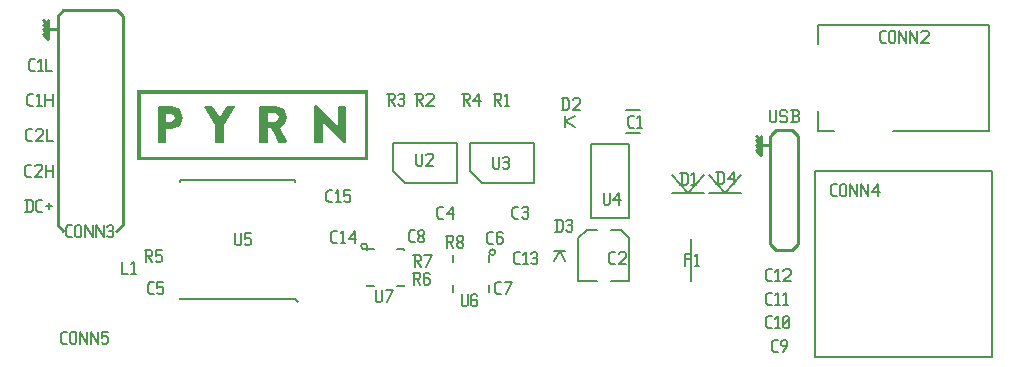
<source format=gbr>
G04 start of page 8 for group -4079 idx -4079 *
G04 Title: (unknown), topsilk *
G04 Creator: pcb 20140316 *
G04 CreationDate: ven. 06 févr. 2015 16:23:15 GMT UTC *
G04 For: clement *
G04 Format: Gerber/RS-274X *
G04 PCB-Dimensions (mil): 3287.40 1358.27 *
G04 PCB-Coordinate-Origin: lower left *
%MOIN*%
%FSLAX25Y25*%
%LNTOPSILK*%
%ADD121C,0.0061*%
%ADD120C,0.0080*%
%ADD119C,0.0059*%
%ADD118C,0.0060*%
%ADD117C,0.0100*%
%ADD116C,0.0001*%
G54D116*G36*
X52450Y96904D02*X52749D01*
X55505Y95770D01*
X56655Y93047D01*
X55505Y90274D01*
X52765Y89119D01*
X52450D01*
Y91669D01*
X52591D01*
X53557Y92065D01*
X53969Y93047D01*
X53557Y93969D01*
X52591Y94338D01*
X52450D01*
Y96904D01*
G37*
G36*
X48213Y96573D02*X48544Y96904D01*
X52450D01*
Y94338D01*
X50931D01*
Y91669D01*
X52450D01*
Y89119D01*
X50931D01*
Y85017D01*
X50600Y84686D01*
X48544D01*
X48213Y85017D01*
Y96573D01*
G37*
G36*
X67370Y90567D02*X63513Y96400D01*
X63795Y96904D01*
X66063D01*
X66339Y96747D01*
X68770Y93171D01*
X71195Y96747D01*
X71472Y96904D01*
X73739D01*
X74021Y96400D01*
X70110Y90584D01*
Y85017D01*
X69779Y84686D01*
X67701D01*
X67370Y85017D01*
Y90567D01*
G37*
G36*
X86741Y96904D02*X87596D01*
X90281Y95803D01*
X91399Y93134D01*
X90677Y91007D01*
X88816Y89629D01*
X91209Y85191D01*
X90911Y84686D01*
X88594D01*
X88312Y84844D01*
X86741Y87974D01*
Y91685D01*
X87368D01*
X88301Y92108D01*
X88697Y93079D01*
X88301Y94023D01*
X87368Y94409D01*
X86741D01*
Y96904D01*
G37*
G36*
X82046Y96573D02*X82377Y96904D01*
X86741D01*
Y94409D01*
X84785D01*
Y91685D01*
X86741D01*
Y87974D01*
X85990Y89471D01*
X84785D01*
Y85017D01*
X84454Y84686D01*
X82377D01*
X82046Y85017D01*
Y96573D01*
G37*
G36*
X100351Y96763D02*X100682Y97078D01*
X101121D01*
X108082Y90377D01*
X108104D01*
Y96573D01*
X108435Y96904D01*
X110529D01*
X110860Y96573D01*
Y84827D01*
X110529Y84513D01*
X110247D01*
X110019Y84599D01*
X103129Y91528D01*
X103112D01*
Y85017D01*
X102776Y84686D01*
X100703D01*
X100372Y85017D01*
X100351Y96763D01*
G37*
G36*
X118320Y78821D02*X79838D01*
Y80004D01*
X117137D01*
Y100957D01*
X79838D01*
Y102140D01*
X118320D01*
Y78821D01*
G37*
G36*
X79838D02*X41356D01*
Y102140D01*
X79838D01*
Y100957D01*
X42538D01*
Y80004D01*
X79838D01*
Y78821D01*
G37*
G54D117*X14764Y57087D02*X16732Y55118D01*
X36417Y57283D02*X34252Y55118D01*
X14567Y122441D02*X11417D01*
Y125591D02*Y119291D01*
Y124016D02*X9843Y125591D01*
X11417Y122441D02*X9843Y124016D01*
X11417Y120866D02*X9843Y122441D01*
X11417Y119291D02*X9843Y120866D01*
X14764Y126969D02*Y57087D01*
X36417Y126969D02*Y57283D01*
Y126969D02*X34646Y128740D01*
X16535D01*
X14764Y126969D01*
X261417Y87008D02*Y50787D01*
X252362D02*Y87008D01*
X254331Y88976D02*X259449D01*
X261417Y87008D01*
X252362Y83858D02*X249213D01*
Y87008D02*Y80709D01*
Y85433D02*X247638Y87008D01*
X249213Y83858D02*X247638Y85433D01*
X249213Y82283D02*X247638Y83858D01*
X249213Y80709D02*X247638Y82283D01*
X254331Y88976D02*X252559Y87205D01*
X261417Y50787D02*X259646Y49016D01*
X254134D01*
X252362Y50787D01*
G54D118*X5818Y108386D02*X7118D01*
X5118Y109086D02*X5818Y108386D01*
X5118Y111686D02*Y109086D01*
Y111686D02*X5818Y112386D01*
X7118D01*
X8318Y111586D02*X9118Y112386D01*
Y108386D01*
X8318D02*X9818D01*
X11018Y112386D02*Y108386D01*
X13018D01*
X5424Y96969D02*X6724D01*
X4724Y97669D02*X5424Y96969D01*
X4724Y100269D02*Y97669D01*
Y100269D02*X5424Y100969D01*
X6724D01*
X7924Y100169D02*X8724Y100969D01*
Y96969D01*
X7924D02*X9424D01*
X10624Y100969D02*Y96969D01*
X13124Y100969D02*Y96969D01*
X10624Y98969D02*X13124D01*
X5031Y85157D02*X6331D01*
X4331Y85857D02*X5031Y85157D01*
X4331Y88457D02*Y85857D01*
Y88457D02*X5031Y89157D01*
X6331D01*
X7531Y88657D02*X8031Y89157D01*
X9531D01*
X10031Y88657D01*
Y87657D01*
X7531Y85157D02*X10031Y87657D01*
X7531Y85157D02*X10031D01*
X11231Y89157D02*Y85157D01*
X13231D01*
X4637Y73346D02*X5937D01*
X3937Y74046D02*X4637Y73346D01*
X3937Y76646D02*Y74046D01*
Y76646D02*X4637Y77346D01*
X5937D01*
X7137Y76846D02*X7637Y77346D01*
X9137D01*
X9637Y76846D01*
Y75846D01*
X7137Y73346D02*X9637Y75846D01*
X7137Y73346D02*X9637D01*
X10837Y77346D02*Y73346D01*
X13337Y77346D02*Y73346D01*
X10837Y75346D02*X13337D01*
X4437Y65535D02*Y61535D01*
X5737Y65535D02*X6437Y64835D01*
Y62235D01*
X5737Y61535D02*X6437Y62235D01*
X3937Y61535D02*X5737D01*
X3937Y65535D02*X5737D01*
X8337Y61535D02*X9637D01*
X7637Y62235D02*X8337Y61535D01*
X7637Y64835D02*Y62235D01*
Y64835D02*X8337Y65535D01*
X9637D01*
X10837Y63535D02*X12837D01*
X11837Y64535D02*Y62535D01*
X252362Y95457D02*Y91957D01*
X252862Y91457D01*
X253862D01*
X254362Y91957D01*
Y95457D02*Y91957D01*
X257562Y95457D02*X258062Y94957D01*
X256062Y95457D02*X257562D01*
X255562Y94957D02*X256062Y95457D01*
X255562Y94957D02*Y93957D01*
X256062Y93457D01*
X257562D01*
X258062Y92957D01*
Y91957D01*
X257562Y91457D02*X258062Y91957D01*
X256062Y91457D02*X257562D01*
X255562Y91957D02*X256062Y91457D01*
X259262D02*X261262D01*
X261762Y91957D01*
Y93157D02*Y91957D01*
X261262Y93657D02*X261762Y93157D01*
X259762Y93657D02*X261262D01*
X259762Y95457D02*Y91457D01*
X259262Y95457D02*X261262D01*
X261762Y94957D01*
Y94157D01*
X261262Y93657D02*X261762Y94157D01*
G54D119*X325394Y124016D02*Y88583D01*
X268307Y124016D02*X325394D01*
X293110Y88583D02*X325394D01*
X268307D02*X273425D01*
X268307Y95079D02*Y88583D01*
Y124016D02*Y117520D01*
X183858Y93543D02*Y90000D01*
Y91772D02*X187205Y90000D01*
X183858Y91772D02*X187205Y93543D01*
X180315Y48425D02*X183858D01*
X182087D02*X180315Y45079D01*
X182087Y48425D02*X183858Y45079D01*
G54D120*X204331Y95512D02*X209055D01*
X204331Y88032D02*X209055D01*
G54D119*X225984Y52520D02*Y38504D01*
X199213Y38583D02*X205315D01*
Y52756D02*Y38583D01*
Y52756D02*X202559Y55512D01*
X199213D02*X202559D01*
X188386Y38583D02*X194488D01*
X188386Y52756D02*Y38583D01*
Y52756D02*X191142Y55512D01*
X194488D01*
G54D121*X192520Y84055D02*X205118D01*
X192520Y59646D02*X205118D01*
X192520Y84055D02*Y59646D01*
X205118Y84055D02*Y59646D01*
G54D119*X219528Y67953D02*X230079D01*
X224803D02*X230079Y74016D01*
X224803Y67953D02*X219528Y74016D01*
X231929Y67953D02*X242480D01*
X237205D02*X242480Y74016D01*
X237205Y67953D02*X231929Y74016D01*
X267067Y13091D02*X326083D01*
X267067Y75098D02*X326083D01*
Y13091D01*
X267067Y75098D02*Y13091D01*
G54D121*X117913Y49114D02*Y48858D01*
Y49114D02*X120138D01*
X117913Y37165D02*Y36909D01*
X120138D01*
X127894Y49114D02*X130118D01*
Y48858D01*
X127894Y36909D02*X130118D01*
Y37165D02*Y36909D01*
X115945Y50098D02*G75*G03X115945Y50098I984J0D01*G01*
X152224Y75197D02*X156161Y71260D01*
X173484D01*
X152224Y84646D02*X173484D01*
Y71260D01*
X152224Y84646D02*Y75197D01*
X158406Y47146D02*X158661D01*
Y44921D01*
X146457Y47146D02*X146713D01*
X146457D02*Y44921D01*
X158661Y37165D02*Y34941D01*
X158406D02*X158661D01*
X146457Y37165D02*Y34941D01*
X146713D01*
X159646Y49114D02*G75*G03X159646Y49114I0J-984D01*G01*
X126634Y75197D02*X130571Y71260D01*
X147894D01*
X126634Y84646D02*X147894D01*
Y71260D01*
X126634Y84646D02*Y75197D01*
X93780Y32441D02*X94764Y31457D01*
X93780Y32992D02*Y32441D01*
X74528D02*X93780D01*
Y72205D02*Y71654D01*
X74528Y72205D02*X93780D01*
X55591Y32441D02*X74843D01*
X55591Y32992D02*Y32441D01*
Y72205D02*X74843D01*
X55591D02*Y71654D01*
G54D118*X289480Y118031D02*X290780D01*
X288780Y118731D02*X289480Y118031D01*
X288780Y121331D02*Y118731D01*
Y121331D02*X289480Y122031D01*
X290780D01*
X291980Y121531D02*Y118531D01*
Y121531D02*X292480Y122031D01*
X293480D01*
X293980Y121531D01*
Y118531D01*
X293480Y118031D02*X293980Y118531D01*
X292480Y118031D02*X293480D01*
X291980Y118531D02*X292480Y118031D01*
X295180Y122031D02*Y118031D01*
Y122031D02*X297680Y118031D01*
Y122031D02*Y118031D01*
X298880Y122031D02*Y118031D01*
Y122031D02*X301380Y118031D01*
Y122031D02*Y118031D01*
X302580Y121531D02*X303080Y122031D01*
X304580D01*
X305080Y121531D01*
Y120531D01*
X302580Y118031D02*X305080Y120531D01*
X302580Y118031D02*X305080D01*
X273141Y66850D02*X274441D01*
X272441Y67550D02*X273141Y66850D01*
X272441Y70150D02*Y67550D01*
Y70150D02*X273141Y70850D01*
X274441D01*
X275641Y70350D02*Y67350D01*
Y70350D02*X276141Y70850D01*
X277141D01*
X277641Y70350D01*
Y67350D01*
X277141Y66850D02*X277641Y67350D01*
X276141Y66850D02*X277141D01*
X275641Y67350D02*X276141Y66850D01*
X278841Y70850D02*Y66850D01*
Y70850D02*X281341Y66850D01*
Y70850D02*Y66850D01*
X282541Y70850D02*Y66850D01*
Y70850D02*X285041Y66850D01*
Y70850D02*Y66850D01*
X286241Y68350D02*X288241Y70850D01*
X286241Y68350D02*X288741D01*
X288241Y70850D02*Y66850D01*
X223976Y47622D02*Y43622D01*
Y47622D02*X225976D01*
X223976Y45822D02*X225476D01*
X227176Y46822D02*X227976Y47622D01*
Y43622D01*
X227176D02*X228676D01*
X234870Y74906D02*Y70906D01*
X236170Y74906D02*X236870Y74206D01*
Y71606D01*
X236170Y70906D02*X236870Y71606D01*
X234370Y70906D02*X236170D01*
X234370Y74906D02*X236170D01*
X238070Y72406D02*X240070Y74906D01*
X238070Y72406D02*X240570D01*
X240070Y74906D02*Y70906D01*
X222823Y74669D02*Y70669D01*
X224123Y74669D02*X224823Y73969D01*
Y71369D01*
X224123Y70669D02*X224823Y71369D01*
X222323Y70669D02*X224123D01*
X222323Y74669D02*X224123D01*
X226023Y73869D02*X226823Y74669D01*
Y70669D01*
X226023D02*X227523D01*
X205463Y89685D02*X206763D01*
X204763Y90385D02*X205463Y89685D01*
X204763Y92985D02*Y90385D01*
Y92985D02*X205463Y93685D01*
X206763D01*
X207963Y92885D02*X208763Y93685D01*
Y89685D01*
X207963D02*X209463D01*
X183315Y99394D02*Y95394D01*
X184615Y99394D02*X185315Y98694D01*
Y96094D01*
X184615Y95394D02*X185315Y96094D01*
X182815Y95394D02*X184615D01*
X182815Y99394D02*X184615D01*
X186515Y98894D02*X187015Y99394D01*
X188515D01*
X189015Y98894D01*
Y97894D01*
X186515Y95394D02*X189015Y97894D01*
X186515Y95394D02*X189015D01*
X181110Y59039D02*Y55039D01*
X182410Y59039D02*X183110Y58339D01*
Y55739D01*
X182410Y55039D02*X183110Y55739D01*
X180610Y55039D02*X182410D01*
X180610Y59039D02*X182410D01*
X184310Y58539D02*X184810Y59039D01*
X185810D01*
X186310Y58539D01*
X185810Y55039D02*X186310Y55539D01*
X184810Y55039D02*X185810D01*
X184310Y55539D02*X184810Y55039D01*
Y57239D02*X185810D01*
X186310Y58539D02*Y57739D01*
Y56739D02*Y55539D01*
Y56739D02*X185810Y57239D01*
X186310Y57739D02*X185810Y57239D01*
X199322Y44213D02*X200622D01*
X198622Y44913D02*X199322Y44213D01*
X198622Y47513D02*Y44913D01*
Y47513D02*X199322Y48213D01*
X200622D01*
X201822Y47713D02*X202322Y48213D01*
X203822D01*
X204322Y47713D01*
Y46713D01*
X201822Y44213D02*X204322Y46713D01*
X201822Y44213D02*X204322D01*
X167099Y59370D02*X168399D01*
X166399Y60070D02*X167099Y59370D01*
X166399Y62670D02*Y60070D01*
Y62670D02*X167099Y63370D01*
X168399D01*
X169599Y62870D02*X170099Y63370D01*
X171099D01*
X171599Y62870D01*
X171099Y59370D02*X171599Y59870D01*
X170099Y59370D02*X171099D01*
X169599Y59870D02*X170099Y59370D01*
Y61570D02*X171099D01*
X171599Y62870D02*Y62070D01*
Y61070D02*Y59870D01*
Y61070D02*X171099Y61570D01*
X171599Y62070D02*X171099Y61570D01*
X167435Y44115D02*X168735D01*
X166735Y44815D02*X167435Y44115D01*
X166735Y47415D02*Y44815D01*
Y47415D02*X167435Y48115D01*
X168735D01*
X169935Y47315D02*X170735Y48115D01*
Y44115D01*
X169935D02*X171435D01*
X172635Y47615D02*X173135Y48115D01*
X174135D01*
X174635Y47615D01*
X174135Y44115D02*X174635Y44615D01*
X173135Y44115D02*X174135D01*
X172635Y44615D02*X173135Y44115D01*
Y46315D02*X174135D01*
X174635Y47615D02*Y46815D01*
Y45815D02*Y44615D01*
Y45815D02*X174135Y46315D01*
X174635Y46815D02*X174135Y46315D01*
X161251Y34272D02*X162551D01*
X160551Y34972D02*X161251Y34272D01*
X160551Y37572D02*Y34972D01*
Y37572D02*X161251Y38272D01*
X162551D01*
X164251Y34272D02*X166251Y38272D01*
X163751D02*X166251D01*
X196850Y67898D02*Y64398D01*
X197350Y63898D01*
X198350D01*
X198850Y64398D01*
Y67898D02*Y64398D01*
X200050Y65398D02*X202050Y67898D01*
X200050Y65398D02*X202550D01*
X202050Y67898D02*Y63898D01*
X251487Y38504D02*X252787D01*
X250787Y39204D02*X251487Y38504D01*
X250787Y41804D02*Y39204D01*
Y41804D02*X251487Y42504D01*
X252787D01*
X253987Y41704D02*X254787Y42504D01*
Y38504D01*
X253987D02*X255487D01*
X256687Y42004D02*X257187Y42504D01*
X258687D01*
X259187Y42004D01*
Y41004D01*
X256687Y38504D02*X259187Y41004D01*
X256687Y38504D02*X259187D01*
X251487Y30630D02*X252787D01*
X250787Y31330D02*X251487Y30630D01*
X250787Y33930D02*Y31330D01*
Y33930D02*X251487Y34630D01*
X252787D01*
X253987Y33830D02*X254787Y34630D01*
Y30630D01*
X253987D02*X255487D01*
X256687Y33830D02*X257487Y34630D01*
Y30630D01*
X256687D02*X258187D01*
X251487Y22756D02*X252787D01*
X250787Y23456D02*X251487Y22756D01*
X250787Y26056D02*Y23456D01*
Y26056D02*X251487Y26756D01*
X252787D01*
X253987Y25956D02*X254787Y26756D01*
Y22756D01*
X253987D02*X255487D01*
X256687Y23256D02*X257187Y22756D01*
X256687Y26256D02*Y23256D01*
Y26256D02*X257187Y26756D01*
X258187D01*
X258687Y26256D01*
Y23256D01*
X258187Y22756D02*X258687Y23256D01*
X257187Y22756D02*X258187D01*
X256687Y23756D02*X258687Y25756D01*
X253456Y14882D02*X254756D01*
X252756Y15582D02*X253456Y14882D01*
X252756Y18182D02*Y15582D01*
Y18182D02*X253456Y18882D01*
X254756D01*
X256456Y14882D02*X257956Y16882D01*
Y18382D02*Y16882D01*
X257456Y18882D02*X257956Y18382D01*
X256456Y18882D02*X257456D01*
X255956Y18382D02*X256456Y18882D01*
X255956Y18382D02*Y17382D01*
X256456Y16882D01*
X257956D01*
X120886Y35437D02*Y31937D01*
X121386Y31437D01*
X122386D01*
X122886Y31937D01*
Y35437D02*Y31937D01*
X124586Y31437D02*X126586Y35437D01*
X124086D02*X126586D01*
X106607Y51199D02*X107907D01*
X105907Y51899D02*X106607Y51199D01*
X105907Y54499D02*Y51899D01*
Y54499D02*X106607Y55199D01*
X107907D01*
X109107Y54399D02*X109907Y55199D01*
Y51199D01*
X109107D02*X110607D01*
X111807Y52699D02*X113807Y55199D01*
X111807Y52699D02*X114307D01*
X113807Y55199D02*Y51199D01*
X105071Y64726D02*X106371D01*
X104371Y65426D02*X105071Y64726D01*
X104371Y68026D02*Y65426D01*
Y68026D02*X105071Y68726D01*
X106371D01*
X107571Y67926D02*X108371Y68726D01*
Y64726D01*
X107571D02*X109071D01*
X110271Y68726D02*X112271D01*
X110271D02*Y66726D01*
X110771Y67226D01*
X111771D01*
X112271Y66726D01*
Y65226D01*
X111771Y64726D02*X112271Y65226D01*
X110771Y64726D02*X111771D01*
X110271Y65226D02*X110771Y64726D01*
X133916Y100969D02*X135916D01*
X136416Y100469D01*
Y99469D01*
X135916Y98969D02*X136416Y99469D01*
X134416Y98969D02*X135916D01*
X134416Y100969D02*Y96969D01*
X135216Y98969D02*X136416Y96969D01*
X137616Y100469D02*X138116Y100969D01*
X139616D01*
X140116Y100469D01*
Y99469D01*
X137616Y96969D02*X140116Y99469D01*
X137616Y96969D02*X140116D01*
X160098Y100969D02*X162098D01*
X162598Y100469D01*
Y99469D01*
X162098Y98969D02*X162598Y99469D01*
X160598Y98969D02*X162098D01*
X160598Y100969D02*Y96969D01*
X161398Y98969D02*X162598Y96969D01*
X163798Y100169D02*X164598Y100969D01*
Y96969D01*
X163798D02*X165298D01*
X159902Y79906D02*Y76406D01*
X160402Y75906D01*
X161402D01*
X161902Y76406D01*
Y79906D02*Y76406D01*
X163102Y79406D02*X163602Y79906D01*
X164602D01*
X165102Y79406D01*
X164602Y75906D02*X165102Y76406D01*
X163602Y75906D02*X164602D01*
X163102Y76406D02*X163602Y75906D01*
Y78106D02*X164602D01*
X165102Y79406D02*Y78606D01*
Y77606D02*Y76406D01*
Y77606D02*X164602Y78106D01*
X165102Y78606D02*X164602Y78106D01*
X149587Y100970D02*X151587D01*
X152087Y100470D01*
Y99470D01*
X151587Y98970D02*X152087Y99470D01*
X150087Y98970D02*X151587D01*
X150087Y100970D02*Y96970D01*
X150887Y98970D02*X152087Y96970D01*
X153287Y98470D02*X155287Y100970D01*
X153287Y98470D02*X155787D01*
X155287Y100970D02*Y96970D01*
X134311Y80890D02*Y77390D01*
X134811Y76890D01*
X135811D01*
X136311Y77390D01*
Y80890D02*Y77390D01*
X137511Y80390D02*X138011Y80890D01*
X139511D01*
X140011Y80390D01*
Y79390D01*
X137511Y76890D02*X140011Y79390D01*
X137511Y76890D02*X140011D01*
X124665Y100969D02*X126665D01*
X127165Y100469D01*
Y99469D01*
X126665Y98969D02*X127165Y99469D01*
X125165Y98969D02*X126665D01*
X125165Y100969D02*Y96969D01*
X125965Y98969D02*X127165Y96969D01*
X128365Y100469D02*X128865Y100969D01*
X129865D01*
X130365Y100469D01*
X129865Y96969D02*X130365Y97469D01*
X128865Y96969D02*X129865D01*
X128365Y97469D02*X128865Y96969D01*
Y99169D02*X129865D01*
X130365Y100469D02*Y99669D01*
Y98669D02*Y97469D01*
Y98669D02*X129865Y99169D01*
X130365Y99669D02*X129865Y99169D01*
X149449Y34157D02*Y30657D01*
X149949Y30157D01*
X150949D01*
X151449Y30657D01*
Y34157D02*Y30657D01*
X154149Y34157D02*X154649Y33657D01*
X153149Y34157D02*X154149D01*
X152649Y33657D02*X153149Y34157D01*
X152649Y33657D02*Y30657D01*
X153149Y30157D01*
X154149Y32357D02*X154649Y31857D01*
X152649Y32357D02*X154149D01*
X153149Y30157D02*X154149D01*
X154649Y30657D01*
Y31857D02*Y30657D01*
X158572Y51004D02*X159872D01*
X157872Y51704D02*X158572Y51004D01*
X157872Y54304D02*Y51704D01*
Y54304D02*X158572Y55004D01*
X159872D01*
X162572D02*X163072Y54504D01*
X161572Y55004D02*X162572D01*
X161072Y54504D02*X161572Y55004D01*
X161072Y54504D02*Y51504D01*
X161572Y51004D01*
X162572Y53204D02*X163072Y52704D01*
X161072Y53204D02*X162572D01*
X161572Y51004D02*X162572D01*
X163072Y51504D01*
Y52704D02*Y51504D01*
X144213Y53626D02*X146213D01*
X146713Y53126D01*
Y52126D01*
X146213Y51626D02*X146713Y52126D01*
X144713Y51626D02*X146213D01*
X144713Y53626D02*Y49626D01*
X145513Y51626D02*X146713Y49626D01*
X147913Y50126D02*X148413Y49626D01*
X147913Y50926D02*Y50126D01*
Y50926D02*X148613Y51626D01*
X149213D01*
X149913Y50926D01*
Y50126D01*
X149413Y49626D02*X149913Y50126D01*
X148413Y49626D02*X149413D01*
X147913Y52326D02*X148613Y51626D01*
X147913Y53126D02*Y52326D01*
Y53126D02*X148413Y53626D01*
X149413D01*
X149913Y53126D01*
Y52326D01*
X149213Y51626D02*X149913Y52326D01*
X133266Y47130D02*X135266D01*
X135766Y46630D01*
Y45630D01*
X135266Y45130D02*X135766Y45630D01*
X133766Y45130D02*X135266D01*
X133766Y47130D02*Y43130D01*
X134566Y45130D02*X135766Y43130D01*
X137466D02*X139466Y47130D01*
X136966D02*X139466D01*
X133147Y41325D02*X135147D01*
X135647Y40825D01*
Y39825D01*
X135147Y39325D02*X135647Y39825D01*
X133647Y39325D02*X135147D01*
X133647Y41325D02*Y37325D01*
X134447Y39325D02*X135647Y37325D01*
X138347Y41325D02*X138847Y40825D01*
X137347Y41325D02*X138347D01*
X136847Y40825D02*X137347Y41325D01*
X136847Y40825D02*Y37825D01*
X137347Y37325D01*
X138347Y39525D02*X138847Y39025D01*
X136847Y39525D02*X138347D01*
X137347Y37325D02*X138347D01*
X138847Y37825D01*
Y39025D02*Y37825D01*
X132433Y51399D02*X133733D01*
X131733Y52099D02*X132433Y51399D01*
X131733Y54699D02*Y52099D01*
Y54699D02*X132433Y55399D01*
X133733D01*
X134933Y51899D02*X135433Y51399D01*
X134933Y52699D02*Y51899D01*
Y52699D02*X135633Y53399D01*
X136233D01*
X136933Y52699D01*
Y51899D01*
X136433Y51399D02*X136933Y51899D01*
X135433Y51399D02*X136433D01*
X134933Y54099D02*X135633Y53399D01*
X134933Y54899D02*Y54099D01*
Y54899D02*X135433Y55399D01*
X136433D01*
X136933Y54899D01*
Y54099D01*
X136233Y53399D02*X136933Y54099D01*
X142019Y59370D02*X143319D01*
X141319Y60070D02*X142019Y59370D01*
X141319Y62670D02*Y60070D01*
Y62670D02*X142019Y63370D01*
X143319D01*
X144519Y60870D02*X146519Y63370D01*
X144519Y60870D02*X147019D01*
X146519Y63370D02*Y59370D01*
X16448Y17638D02*X17748D01*
X15748Y18338D02*X16448Y17638D01*
X15748Y20938D02*Y18338D01*
Y20938D02*X16448Y21638D01*
X17748D01*
X18948Y21138D02*Y18138D01*
Y21138D02*X19448Y21638D01*
X20448D01*
X20948Y21138D01*
Y18138D01*
X20448Y17638D02*X20948Y18138D01*
X19448Y17638D02*X20448D01*
X18948Y18138D02*X19448Y17638D01*
X22148Y21638D02*Y17638D01*
Y21638D02*X24648Y17638D01*
Y21638D02*Y17638D01*
X25848Y21638D02*Y17638D01*
Y21638D02*X28348Y17638D01*
Y21638D02*Y17638D01*
X29548Y21638D02*X31548D01*
X29548D02*Y19638D01*
X30048Y20138D01*
X31048D01*
X31548Y19638D01*
Y18138D01*
X31048Y17638D02*X31548Y18138D01*
X30048Y17638D02*X31048D01*
X29548Y18138D02*X30048Y17638D01*
X18220Y53071D02*X19520D01*
X17520Y53771D02*X18220Y53071D01*
X17520Y56371D02*Y53771D01*
Y56371D02*X18220Y57071D01*
X19520D01*
X20720Y56571D02*Y53571D01*
Y56571D02*X21220Y57071D01*
X22220D01*
X22720Y56571D01*
Y53571D01*
X22220Y53071D02*X22720Y53571D01*
X21220Y53071D02*X22220D01*
X20720Y53571D02*X21220Y53071D01*
X23920Y57071D02*Y53071D01*
Y57071D02*X26420Y53071D01*
Y57071D02*Y53071D01*
X27620Y57071D02*Y53071D01*
Y57071D02*X30120Y53071D01*
Y57071D02*Y53071D01*
X31320Y56571D02*X31820Y57071D01*
X32820D01*
X33320Y56571D01*
X32820Y53071D02*X33320Y53571D01*
X31820Y53071D02*X32820D01*
X31320Y53571D02*X31820Y53071D01*
Y55271D02*X32820D01*
X33320Y56571D02*Y55771D01*
Y54771D02*Y53571D01*
Y54771D02*X32820Y55271D01*
X33320Y55771D02*X32820Y55271D01*
X43739Y48882D02*X45739D01*
X46239Y48382D01*
Y47382D01*
X45739Y46882D02*X46239Y47382D01*
X44239Y46882D02*X45739D01*
X44239Y48882D02*Y44882D01*
X45039Y46882D02*X46239Y44882D01*
X47439Y48882D02*X49439D01*
X47439D02*Y46882D01*
X47939Y47382D01*
X48939D01*
X49439Y46882D01*
Y45382D01*
X48939Y44882D02*X49439Y45382D01*
X47939Y44882D02*X48939D01*
X47439Y45382D02*X47939Y44882D01*
X45461Y34056D02*X46761D01*
X44761Y34756D02*X45461Y34056D01*
X44761Y37356D02*Y34756D01*
Y37356D02*X45461Y38056D01*
X46761D01*
X47961D02*X49961D01*
X47961D02*Y36056D01*
X48461Y36556D01*
X49461D01*
X49961Y36056D01*
Y34556D01*
X49461Y34056D02*X49961Y34556D01*
X48461Y34056D02*X49461D01*
X47961Y34556D02*X48461Y34056D01*
X36140Y44945D02*Y40945D01*
X38140D01*
X39340Y44145D02*X40140Y44945D01*
Y40945D01*
X39340D02*X40840D01*
X73937Y54433D02*Y50933D01*
X74437Y50433D01*
X75437D01*
X75937Y50933D01*
Y54433D02*Y50933D01*
X77137Y54433D02*X79137D01*
X77137D02*Y52433D01*
X77637Y52933D01*
X78637D01*
X79137Y52433D01*
Y50933D01*
X78637Y50433D02*X79137Y50933D01*
X77637Y50433D02*X78637D01*
X77137Y50933D02*X77637Y50433D01*
M02*

</source>
